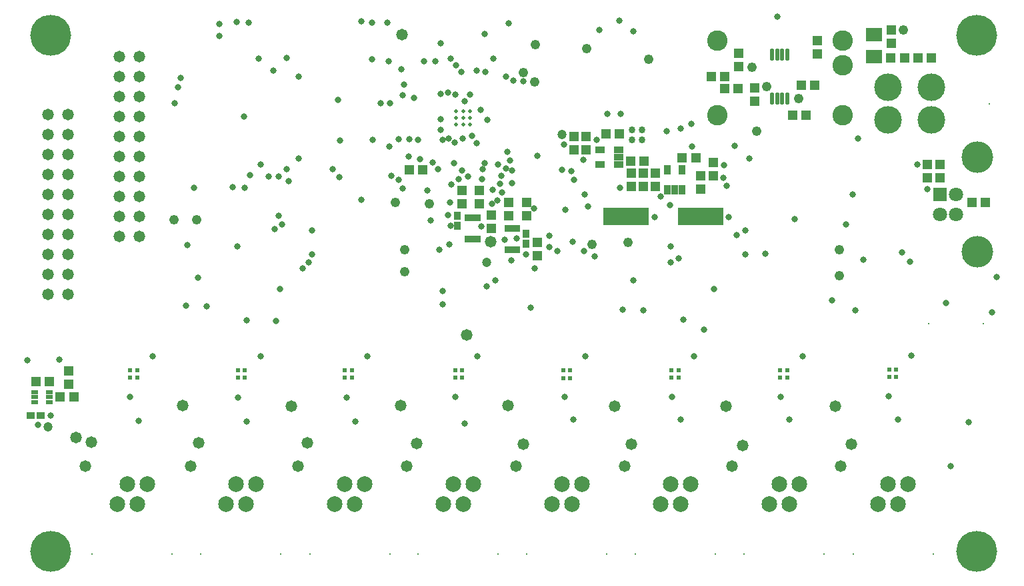
<source format=gbs>
%FSLAX24Y24*%
%MOIN*%
G70*
G01*
G75*
G04 Layer_Color=16711935*
%ADD10R,0.0433X0.0394*%
%ADD11R,0.0591X0.1102*%
%ADD12R,0.0394X0.0433*%
%ADD13R,0.0709X0.0256*%
%ADD14R,0.0256X0.0709*%
%ADD15R,0.0256X0.1024*%
%ADD16R,0.1024X0.0256*%
%ADD17R,0.0276X0.0354*%
%ADD18C,0.0394*%
%ADD19R,0.0709X0.0630*%
%ADD20R,0.0354X0.0276*%
%ADD21O,0.0571X0.0098*%
%ADD22R,0.0236X0.0748*%
%ADD23R,0.1220X0.0748*%
%ADD24R,0.0276X0.0394*%
%ADD25R,0.0256X0.0157*%
%ADD26R,0.0591X0.0512*%
%ADD27R,0.0394X0.0276*%
%ADD28R,0.0276X0.0709*%
%ADD29O,0.0748X0.0236*%
%ADD30R,0.0276X0.0177*%
%ADD31R,0.0650X0.0965*%
%ADD32R,0.0177X0.0207*%
%ADD33O,0.0335X0.0118*%
%ADD34O,0.0118X0.0335*%
%ADD35R,0.0984X0.0984*%
%ADD36O,0.0098X0.0256*%
%ADD37O,0.0256X0.0098*%
%ADD38R,0.0276X0.0118*%
%ADD39R,0.0681X0.0728*%
%ADD40O,0.0402X0.0161*%
%ADD41R,0.1102X0.1102*%
%ADD42R,0.0118X0.0118*%
%ADD43R,0.0118X0.0118*%
%ADD44R,0.0866X0.1102*%
%ADD45R,0.1102X0.1102*%
%ADD46R,0.0433X0.0472*%
%ADD47C,0.0080*%
%ADD48C,0.0120*%
%ADD49C,0.0200*%
%ADD50C,0.0250*%
%ADD51C,0.0350*%
%ADD52C,0.0060*%
%ADD53C,0.0500*%
%ADD54C,0.0100*%
%ADD55C,0.0300*%
%ADD56C,0.0705*%
%ADD57C,0.0500*%
%ADD58C,0.1969*%
%ADD59C,0.1299*%
%ADD60C,0.1496*%
%ADD61R,0.0630X0.0630*%
%ADD62C,0.0630*%
%ADD63C,0.0945*%
%ADD64C,0.0200*%
%ADD65C,0.0240*%
%ADD66C,0.0400*%
%ADD67C,0.0260*%
%ADD68C,0.0160*%
%ADD69C,0.0400*%
%ADD70C,0.0750*%
%ADD71C,0.1680*%
%ADD72C,0.0770*%
%ADD73C,0.1581*%
%ADD74C,0.1109*%
%ADD75C,0.1306*%
%ADD76C,0.0762*%
%ADD77C,0.0951*%
%ADD78C,0.1069*%
%ADD79C,0.0520*%
%ADD80C,0.0600*%
%ADD81C,0.0680*%
%ADD82C,0.1778*%
%ADD83C,0.0530*%
%ADD84R,0.2205X0.0827*%
%ADD85R,0.0118X0.0276*%
%ADD86O,0.0138X0.0551*%
%ADD87C,0.0157*%
%ADD88C,0.0098*%
%ADD89C,0.0039*%
%ADD90C,0.0079*%
%ADD91C,0.0020*%
%ADD92C,0.0063*%
%ADD93C,0.0032*%
%ADD94C,0.0059*%
%ADD95R,0.0513X0.0474*%
%ADD96R,0.0671X0.1182*%
%ADD97R,0.0474X0.0513*%
%ADD98R,0.0789X0.0336*%
%ADD99R,0.0336X0.0789*%
%ADD100R,0.0336X0.1104*%
%ADD101R,0.1104X0.0336*%
%ADD102R,0.0356X0.0434*%
%ADD103C,0.0474*%
%ADD104R,0.0789X0.0710*%
%ADD105R,0.0434X0.0356*%
%ADD106O,0.0651X0.0178*%
%ADD107R,0.0316X0.0828*%
%ADD108R,0.1300X0.0828*%
%ADD109R,0.0356X0.0474*%
%ADD110R,0.0336X0.0237*%
%ADD111R,0.0671X0.0592*%
%ADD112R,0.0474X0.0356*%
%ADD113R,0.0356X0.0789*%
%ADD114O,0.0828X0.0316*%
%ADD115R,0.0356X0.0257*%
%ADD116R,0.0730X0.1045*%
%ADD117R,0.0257X0.0287*%
%ADD118O,0.0415X0.0198*%
%ADD119O,0.0198X0.0415*%
%ADD120R,0.1064X0.1064*%
%ADD121O,0.0178X0.0336*%
%ADD122O,0.0336X0.0178*%
%ADD123R,0.0356X0.0198*%
%ADD124R,0.0761X0.0808*%
%ADD125O,0.0482X0.0241*%
%ADD126R,0.1182X0.1182*%
%ADD127R,0.0198X0.0198*%
%ADD128R,0.0198X0.0198*%
%ADD129R,0.0946X0.1182*%
%ADD130R,0.1182X0.1182*%
%ADD131R,0.0513X0.0552*%
%ADD132C,0.0785*%
%ADD133C,0.0080*%
%ADD134C,0.0580*%
%ADD135C,0.2049*%
%ADD136C,0.1379*%
%ADD137C,0.1576*%
%ADD138R,0.0710X0.0710*%
%ADD139C,0.0710*%
%ADD140C,0.1025*%
%ADD141C,0.0320*%
%ADD142C,0.0480*%
%ADD143R,0.2285X0.0907*%
%ADD144R,0.0198X0.0356*%
%ADD145O,0.0218X0.0631*%
%ADD146C,0.0340*%
D64*
X22433Y23497D02*
D03*
Y23167D02*
D03*
Y22837D02*
D03*
X22093D02*
D03*
Y23167D02*
D03*
Y23497D02*
D03*
X21743D02*
D03*
Y23167D02*
D03*
Y22837D02*
D03*
D65*
X5784Y10548D02*
D03*
Y10174D02*
D03*
X5429Y10548D02*
D03*
Y10174D02*
D03*
X27435Y10535D02*
D03*
Y10161D02*
D03*
X27081Y10535D02*
D03*
Y10161D02*
D03*
X38284Y10550D02*
D03*
Y10176D02*
D03*
X37930Y10550D02*
D03*
Y10176D02*
D03*
X32862Y10539D02*
D03*
Y10165D02*
D03*
X32507Y10539D02*
D03*
Y10165D02*
D03*
X43745Y10579D02*
D03*
Y10205D02*
D03*
X43390Y10579D02*
D03*
Y10205D02*
D03*
X16532Y10548D02*
D03*
Y10174D02*
D03*
X16177Y10548D02*
D03*
Y10174D02*
D03*
X11177Y10548D02*
D03*
Y10174D02*
D03*
X10823Y10548D02*
D03*
Y10174D02*
D03*
X22043Y10548D02*
D03*
Y10174D02*
D03*
X21689Y10548D02*
D03*
Y10174D02*
D03*
D95*
X2615Y9220D02*
D03*
X1945D02*
D03*
X740Y9988D02*
D03*
X1409D02*
D03*
X33047Y21177D02*
D03*
X33717D02*
D03*
X34504Y25240D02*
D03*
X35173D02*
D03*
X30478Y21029D02*
D03*
X31147D02*
D03*
X44819Y26178D02*
D03*
X45488D02*
D03*
X44150Y26178D02*
D03*
X43480D02*
D03*
X35173Y24649D02*
D03*
X35843D02*
D03*
X38559Y23311D02*
D03*
X39228D02*
D03*
X29898Y22390D02*
D03*
X29229D02*
D03*
X48205Y18930D02*
D03*
X47535D02*
D03*
X39662Y24807D02*
D03*
X38992D02*
D03*
X20055Y20580D02*
D03*
X19385D02*
D03*
D97*
X25272Y18285D02*
D03*
Y18954D02*
D03*
X24377Y18285D02*
D03*
Y18954D02*
D03*
X25790Y16275D02*
D03*
Y16945D02*
D03*
X23500Y17655D02*
D03*
Y18324D02*
D03*
X22910Y18875D02*
D03*
Y19545D02*
D03*
X22015Y18875D02*
D03*
Y19545D02*
D03*
X2358Y9860D02*
D03*
Y10529D02*
D03*
X33973Y19623D02*
D03*
Y20293D02*
D03*
X30508Y19741D02*
D03*
Y20411D02*
D03*
X31099Y19741D02*
D03*
Y20411D02*
D03*
X31689Y19741D02*
D03*
Y20411D02*
D03*
X34603Y20293D02*
D03*
Y20962D02*
D03*
X45941Y20844D02*
D03*
Y20175D02*
D03*
X43500Y26907D02*
D03*
Y27576D02*
D03*
X35862Y26401D02*
D03*
Y25732D02*
D03*
X36650Y24000D02*
D03*
Y24669D02*
D03*
X28223Y21592D02*
D03*
Y22261D02*
D03*
X27632Y21592D02*
D03*
Y22261D02*
D03*
X45311Y20844D02*
D03*
Y20175D02*
D03*
X39790Y26385D02*
D03*
Y27055D02*
D03*
D102*
X21807Y18285D02*
D03*
Y17773D02*
D03*
X25240Y16864D02*
D03*
Y17376D02*
D03*
D103*
X1340Y7710D02*
D03*
X27030Y22330D02*
D03*
X23274Y15930D02*
D03*
D104*
X42634Y27360D02*
D03*
Y26257D02*
D03*
D105*
X465Y8295D02*
D03*
X976D02*
D03*
D109*
X33047Y20588D02*
D03*
X32299D02*
D03*
Y19564D02*
D03*
X32673D02*
D03*
X33047D02*
D03*
D110*
X1409Y8945D02*
D03*
Y9201D02*
D03*
Y9456D02*
D03*
X661D02*
D03*
Y9201D02*
D03*
Y8945D02*
D03*
D112*
X29878Y21592D02*
D03*
Y21218D02*
D03*
Y20844D02*
D03*
X28933D02*
D03*
Y21592D02*
D03*
D132*
X22099Y3856D02*
D03*
X21099D02*
D03*
X22599Y4856D02*
D03*
X21599D02*
D03*
X16666Y3856D02*
D03*
X15666D02*
D03*
X17166Y4856D02*
D03*
X16166D02*
D03*
X11232Y3856D02*
D03*
X10232D02*
D03*
X11732Y4856D02*
D03*
X10732D02*
D03*
X27532Y3856D02*
D03*
X26532D02*
D03*
X28032Y4856D02*
D03*
X27032D02*
D03*
X5799Y3856D02*
D03*
X4799D02*
D03*
X6299Y4856D02*
D03*
X5299D02*
D03*
X37898D02*
D03*
X38898D02*
D03*
X37398Y3856D02*
D03*
X38398D02*
D03*
X32465Y4856D02*
D03*
X33465D02*
D03*
X31965Y3856D02*
D03*
X32965D02*
D03*
X43340Y4850D02*
D03*
X44340D02*
D03*
X42840Y3850D02*
D03*
X43840D02*
D03*
D133*
X23847Y1356D02*
D03*
X19847D02*
D03*
X18414D02*
D03*
X14414D02*
D03*
X12980D02*
D03*
X8980D02*
D03*
X29280D02*
D03*
X25280D02*
D03*
X7547D02*
D03*
X3547D02*
D03*
X48382Y23895D02*
D03*
X48106Y12871D02*
D03*
X45351D02*
D03*
X36146Y1356D02*
D03*
X40146D02*
D03*
X30713D02*
D03*
X34713D02*
D03*
X41588Y1350D02*
D03*
X45588D02*
D03*
D134*
X2340Y14344D02*
D03*
X1340D02*
D03*
X2340Y15344D02*
D03*
X1340D02*
D03*
X2340Y16344D02*
D03*
X1340D02*
D03*
X2340Y17344D02*
D03*
X1340D02*
D03*
X2340Y18344D02*
D03*
X1340D02*
D03*
X2340Y19344D02*
D03*
X1340D02*
D03*
X2340Y20344D02*
D03*
X1340D02*
D03*
X2340Y21344D02*
D03*
X1340D02*
D03*
X2340Y22344D02*
D03*
X1340D02*
D03*
X2340Y23344D02*
D03*
X1340D02*
D03*
X4890Y17240D02*
D03*
X5890D02*
D03*
X4890Y18240D02*
D03*
X5890D02*
D03*
X4890Y19240D02*
D03*
X5890D02*
D03*
X4890Y20240D02*
D03*
X5890D02*
D03*
X4890Y21240D02*
D03*
X5890D02*
D03*
X4890Y22240D02*
D03*
X5890D02*
D03*
X4890Y23240D02*
D03*
X5890D02*
D03*
X4890Y24240D02*
D03*
X5890D02*
D03*
X4890Y25240D02*
D03*
X5890D02*
D03*
X4890Y26240D02*
D03*
X5890D02*
D03*
X13840Y5760D02*
D03*
X24320Y8780D02*
D03*
X29680Y8760D02*
D03*
X25110Y6860D02*
D03*
X30500Y6830D02*
D03*
X41500Y6850D02*
D03*
X36050Y6790D02*
D03*
X40700Y8730D02*
D03*
X40950Y5740D02*
D03*
X35240Y8730D02*
D03*
X30150Y5750D02*
D03*
X35520D02*
D03*
X18950Y8770D02*
D03*
X22270Y12300D02*
D03*
X19260Y5760D02*
D03*
X19770Y6890D02*
D03*
X24730Y5760D02*
D03*
X14290Y6920D02*
D03*
X8880Y6900D02*
D03*
X13490Y8730D02*
D03*
X8060Y8770D02*
D03*
X8450Y5750D02*
D03*
X3200Y5760D02*
D03*
X2720Y7170D02*
D03*
X3490Y6950D02*
D03*
X19030Y27360D02*
D03*
X23470Y16980D02*
D03*
D135*
X47770Y27300D02*
D03*
X1480D02*
D03*
X47780Y1470D02*
D03*
X1470Y1480D02*
D03*
D136*
X45508Y24722D02*
D03*
Y23068D02*
D03*
X43343Y24722D02*
D03*
Y23068D02*
D03*
D137*
X47795Y21226D02*
D03*
Y16486D02*
D03*
D138*
X45941Y19348D02*
D03*
D139*
Y18363D02*
D03*
X46729Y19348D02*
D03*
Y18363D02*
D03*
D140*
X34809Y27061D02*
D03*
Y23311D02*
D03*
X41059Y27061D02*
D03*
Y25811D02*
D03*
Y23311D02*
D03*
D141*
X11950Y11260D02*
D03*
X13280Y26178D02*
D03*
X13870Y25260D02*
D03*
X11860Y26140D02*
D03*
X28750Y22090D02*
D03*
X29310Y23370D02*
D03*
X37790Y28230D02*
D03*
X41830Y22160D02*
D03*
X23250Y14750D02*
D03*
X21060Y14510D02*
D03*
X21050Y13830D02*
D03*
X32960Y22630D02*
D03*
X25660Y15630D02*
D03*
X27120Y21840D02*
D03*
X29950Y23370D02*
D03*
X31689Y20411D02*
D03*
X31960Y19240D02*
D03*
X32420Y18800D02*
D03*
X31650Y18200D02*
D03*
X13270Y20620D02*
D03*
X13040Y17850D02*
D03*
X16990Y19070D02*
D03*
X35260Y19790D02*
D03*
X35100Y20180D02*
D03*
X35380Y18210D02*
D03*
X17560Y22070D02*
D03*
X15940Y22060D02*
D03*
X19120Y24830D02*
D03*
X27210Y18570D02*
D03*
X25629Y18630D02*
D03*
X24760Y17150D02*
D03*
X14520Y17530D02*
D03*
X20910Y16580D02*
D03*
X19642Y24171D02*
D03*
X19051Y24328D02*
D03*
X28890Y27570D02*
D03*
X7840Y24710D02*
D03*
X7980Y25170D02*
D03*
X8620Y19690D02*
D03*
X11430Y20300D02*
D03*
X12670Y17600D02*
D03*
X12860Y18290D02*
D03*
X33490Y22890D02*
D03*
X35660Y21790D02*
D03*
X32270Y22500D02*
D03*
X34120Y12580D02*
D03*
X36190Y17540D02*
D03*
X33530Y21740D02*
D03*
X26390Y17280D02*
D03*
X36390Y21140D02*
D03*
X10780Y27970D02*
D03*
X9909Y27290D02*
D03*
X11370Y27949D02*
D03*
X9909Y27870D02*
D03*
X1910Y11090D02*
D03*
X18990Y25620D02*
D03*
X7670Y23900D02*
D03*
X44030Y16450D02*
D03*
X17300Y11250D02*
D03*
X42100Y16090D02*
D03*
X44800Y20850D02*
D03*
X30610Y27510D02*
D03*
X38680Y18110D02*
D03*
X36210Y16360D02*
D03*
X37190Y16370D02*
D03*
X31100Y13530D02*
D03*
X44420Y15980D02*
D03*
X48760Y15220D02*
D03*
X46240Y13910D02*
D03*
X48530Y13440D02*
D03*
X47380Y7940D02*
D03*
X46480Y5750D02*
D03*
X21690Y9220D02*
D03*
X32520Y9200D02*
D03*
X27160D02*
D03*
X25460Y13680D02*
D03*
X43350Y9230D02*
D03*
X37950Y9210D02*
D03*
X44510Y11280D02*
D03*
X6550Y11250D02*
D03*
X16260Y9190D02*
D03*
X28190Y11240D02*
D03*
X10830Y9170D02*
D03*
X5440Y9210D02*
D03*
X33630Y11240D02*
D03*
X39060Y11260D02*
D03*
X34620Y14610D02*
D03*
X24240Y25260D02*
D03*
X25110Y25010D02*
D03*
X17000Y28000D02*
D03*
X24370Y27910D02*
D03*
X23150Y27380D02*
D03*
X20140Y26000D02*
D03*
X17530Y26120D02*
D03*
X18380Y26000D02*
D03*
X12600Y25550D02*
D03*
X17520Y27940D02*
D03*
X1480Y8290D02*
D03*
X310Y11030D02*
D03*
X840Y7810D02*
D03*
X18310Y27940D02*
D03*
X30600Y15060D02*
D03*
X8300Y16820D02*
D03*
X8840Y15180D02*
D03*
X14540Y16350D02*
D03*
X10800Y16750D02*
D03*
X32850Y16160D02*
D03*
X32470Y16750D02*
D03*
X33090Y13070D02*
D03*
X15560Y20600D02*
D03*
X12930Y14610D02*
D03*
X14370Y15960D02*
D03*
X11250Y13050D02*
D03*
X12860Y20240D02*
D03*
X15820Y24070D02*
D03*
X29910Y28040D02*
D03*
X15910Y20200D02*
D03*
X12740Y13020D02*
D03*
X41220Y17860D02*
D03*
X45310Y19620D02*
D03*
X41560Y19330D02*
D03*
X22770Y25560D02*
D03*
X20960Y26900D02*
D03*
X21740Y25800D02*
D03*
X21480Y26140D02*
D03*
X20700Y26010D02*
D03*
X22000Y25470D02*
D03*
X23190Y25490D02*
D03*
X23600Y26150D02*
D03*
X41700Y13530D02*
D03*
X32460Y15940D02*
D03*
X40530Y14060D02*
D03*
X22440Y24350D02*
D03*
X22170Y24020D02*
D03*
X21710Y24340D02*
D03*
X11980Y20850D02*
D03*
X12350Y20240D02*
D03*
X13870Y21130D02*
D03*
X18410Y21750D02*
D03*
X17970Y23920D02*
D03*
X18440D02*
D03*
X18860Y22100D02*
D03*
X19400D02*
D03*
X19370Y21260D02*
D03*
X21330Y24460D02*
D03*
X20960Y24380D02*
D03*
X20970Y23120D02*
D03*
X20980Y22580D02*
D03*
X21650Y21950D02*
D03*
X21350Y22150D02*
D03*
X23308Y23088D02*
D03*
X21050Y22085D02*
D03*
X22050Y22150D02*
D03*
X22530Y22280D02*
D03*
X22770Y21910D02*
D03*
X22970Y23570D02*
D03*
X19820Y22090D02*
D03*
X25810Y21280D02*
D03*
X20450Y18040D02*
D03*
X13380Y20010D02*
D03*
X11170Y19690D02*
D03*
X10580Y19700D02*
D03*
X20310Y19560D02*
D03*
X19060Y19630D02*
D03*
X18850Y20070D02*
D03*
X18490Y20290D02*
D03*
X21440Y18960D02*
D03*
X35777Y17305D02*
D03*
X28650Y16240D02*
D03*
X9270Y13730D02*
D03*
X5870Y8000D02*
D03*
X11270Y7980D02*
D03*
X16710Y7970D02*
D03*
X22150Y7890D02*
D03*
X8240Y13790D02*
D03*
X30070Y13590D02*
D03*
X27600Y8070D02*
D03*
X32960Y8080D02*
D03*
X38390D02*
D03*
X43840Y8070D02*
D03*
X23000Y17730D02*
D03*
X35140Y20800D02*
D03*
X22810Y11250D02*
D03*
X26800Y16510D02*
D03*
X26410Y16720D02*
D03*
X14060Y15630D02*
D03*
X25230Y16350D02*
D03*
X24510Y16050D02*
D03*
X24170Y17080D02*
D03*
X20550Y20930D02*
D03*
X19920Y21100D02*
D03*
X27550Y16990D02*
D03*
X28343Y18737D02*
D03*
X28130Y16520D02*
D03*
X28150Y19350D02*
D03*
X31147Y21029D02*
D03*
X24300Y21470D02*
D03*
X28110Y21070D02*
D03*
X23940Y19870D02*
D03*
X23150Y20910D02*
D03*
X23830Y20830D02*
D03*
X24429Y21049D02*
D03*
X23800Y19060D02*
D03*
X24516Y19924D02*
D03*
X24540Y20540D02*
D03*
X24240Y20644D02*
D03*
X24000Y20290D02*
D03*
X23540Y18890D02*
D03*
X24020Y19450D02*
D03*
X23558Y19582D02*
D03*
X23060Y20610D02*
D03*
X23030Y20100D02*
D03*
X21880Y20120D02*
D03*
X20820Y20600D02*
D03*
X21640Y20920D02*
D03*
X22023Y20537D02*
D03*
X22320Y20240D02*
D03*
X21390Y16860D02*
D03*
X21340Y18300D02*
D03*
X21450Y17770D02*
D03*
X21510Y19840D02*
D03*
X23690Y15040D02*
D03*
X27490Y20500D02*
D03*
X27630Y20080D02*
D03*
X27030Y20570D02*
D03*
X29920Y19670D02*
D03*
X24610Y25050D02*
D03*
X11120Y23240D02*
D03*
D142*
X20390Y18890D02*
D03*
X36780Y22513D02*
D03*
X40890Y16570D02*
D03*
X40900Y15280D02*
D03*
X30320Y16930D02*
D03*
X19150Y16570D02*
D03*
Y15470D02*
D03*
X8770Y18090D02*
D03*
X7634Y18064D02*
D03*
X28280Y26640D02*
D03*
X25700Y26840D02*
D03*
X31350Y26120D02*
D03*
X37260Y24740D02*
D03*
X36540Y25720D02*
D03*
X38860Y24130D02*
D03*
X44110Y27570D02*
D03*
X18700Y18940D02*
D03*
X28540Y16850D02*
D03*
X25680Y24980D02*
D03*
X25110Y25440D02*
D03*
D143*
X33970Y18250D02*
D03*
X30230D02*
D03*
D144*
X24840Y17630D02*
D03*
X24643D02*
D03*
X24446D02*
D03*
X24249D02*
D03*
X24840Y16567D02*
D03*
X24643D02*
D03*
X24446D02*
D03*
X24249D02*
D03*
X22851Y18167D02*
D03*
X22654D02*
D03*
X22457D02*
D03*
X22260D02*
D03*
X22851Y17104D02*
D03*
X22654D02*
D03*
X22457D02*
D03*
X22260D02*
D03*
D145*
X37526Y26342D02*
D03*
X37782D02*
D03*
X38038D02*
D03*
X38293D02*
D03*
X37526Y24137D02*
D03*
X37782D02*
D03*
X38038D02*
D03*
X38293D02*
D03*
D146*
X30544Y22566D02*
D03*
X31016D02*
D03*
X30544Y22094D02*
D03*
X31016D02*
D03*
M02*

</source>
